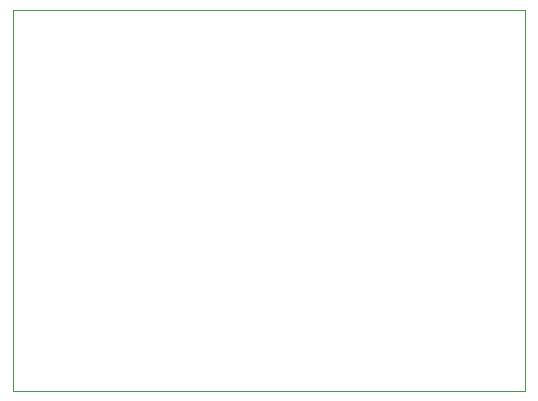
<source format=gbr>
%TF.GenerationSoftware,KiCad,Pcbnew,6.0.10-1.fc37*%
%TF.CreationDate,2023-01-07T19:36:43-08:00*%
%TF.ProjectId,data_logger_esp32c3,64617461-5f6c-46f6-9767-65725f657370,rev?*%
%TF.SameCoordinates,Original*%
%TF.FileFunction,Profile,NP*%
%FSLAX46Y46*%
G04 Gerber Fmt 4.6, Leading zero omitted, Abs format (unit mm)*
G04 Created by KiCad (PCBNEW 6.0.10-1.fc37) date 2023-01-07 19:36:43*
%MOMM*%
%LPD*%
G01*
G04 APERTURE LIST*
%TA.AperFunction,Profile*%
%ADD10C,0.100000*%
%TD*%
G04 APERTURE END LIST*
D10*
X98856800Y-49606200D02*
X142138400Y-49606200D01*
X142138400Y-49606200D02*
X142138400Y-81864200D01*
X142138400Y-81864200D02*
X98856800Y-81864200D01*
X98856800Y-81864200D02*
X98856800Y-49606200D01*
M02*

</source>
